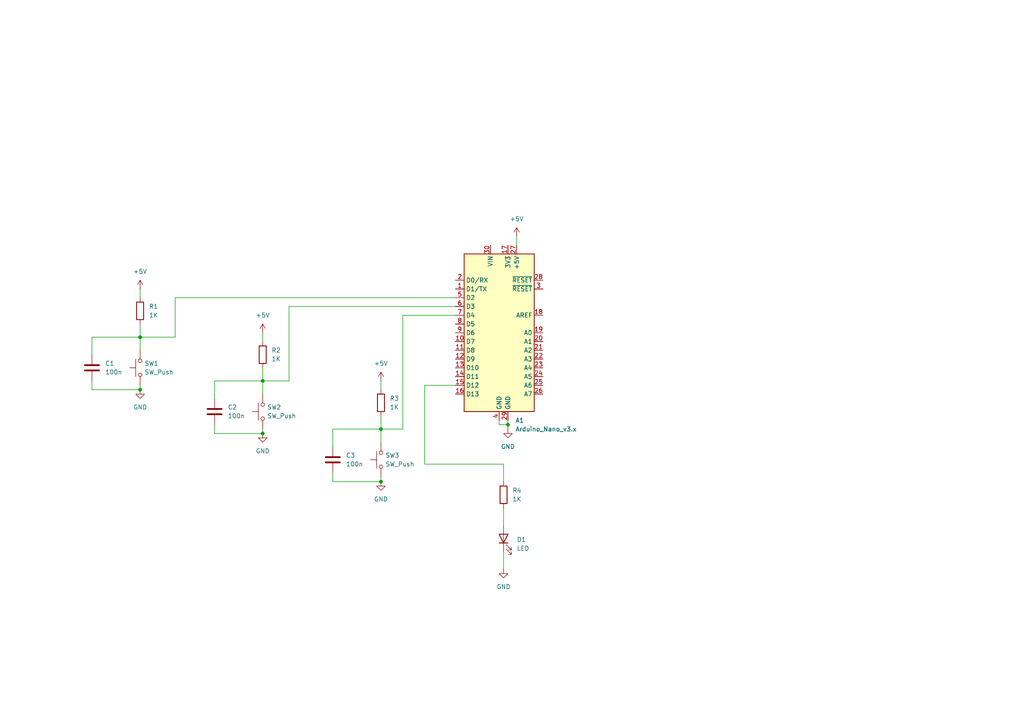
<source format=kicad_sch>
(kicad_sch (version 20250114) (generator "eeschema") (generator_version "9.0")
  (paper "A4")
  (lib_symbols
    (symbol "Device:C" (pin_numbers (hide yes)) (pin_names (offset 0.254))
      (property "Reference" "C" (at 0.635 2.54 0))
      (property "Value" "C" (at 0.635 -2.54 0))
      (symbol "C_0_1"
        (polyline (pts (xy -2.032 0.762) (xy 2.032 0.762)) (stroke (width 0.508)))
        (polyline (pts (xy -2.032 -0.762) (xy 2.032 -0.762)) (stroke (width 0.508)))
      )
      (symbol "C_1_1"
        (pin passive line (at 0 3.81 270) (length 2.794) (name "~") (number "1"))
        (pin passive line (at 0 -3.81 90) (length 2.794) (name "~") (number "2"))
      )
    )
    (symbol "Device:LED" (pin_numbers (hide yes)) (pin_names (offset 1.016) (hide yes))
      (property "Reference" "D" (at 0 2.54 0))
      (property "Value" "LED" (at 0 -2.54 0))
      (symbol "LED_0_1"
        (polyline (pts (xy -3.048 -0.762) (xy -4.572 -2.286) (xy -3.81 -2.286) (xy -4.572 -2.286) (xy -4.572 -1.524)))
        (polyline (pts (xy -1.778 -0.762) (xy -3.302 -2.286) (xy -2.54 -2.286) (xy -3.302 -2.286) (xy -3.302 -1.524)))
        (polyline (pts (xy -1.27 0) (xy 1.27 0)))
        (polyline (pts (xy -1.27 -1.27) (xy -1.27 1.27)) (stroke (width 0.254)))
        (polyline (pts (xy 1.27 -1.27) (xy 1.27 1.27) (xy -1.27 0) (xy 1.27 -1.27)) (stroke (width 0.254)))
      )
      (symbol "LED_1_1"
        (pin passive line (at -3.81 0 0) (length 2.54) (name "K") (number "1"))
        (pin passive line (at 3.81 0 180) (length 2.54) (name "A") (number "2"))
      )
    )
    (symbol "Device:R" (pin_numbers (hide yes)) (pin_names (offset 0))
      (property "Reference" "R" (at 2.032 0 90))
      (property "Value" "R" (at 0 0 90))
      (symbol "R_0_1"
        (rectangle (start -1.016 -2.54) (end 1.016 2.54) (stroke (width 0.254)))
      )
      (symbol "R_1_1"
        (pin passive line (at 0 3.81 270) (length 1.27) (name "~") (number "1"))
        (pin passive line (at 0 -3.81 90) (length 1.27) (name "~") (number "2"))
      )
    )
    (symbol "MCU_Module:Arduino_Nano_v3.x"
      (property "Reference" "A" (at -10.16 23.495 0))
      (property "Value" "Arduino_Nano_v3.x" (at 5.08 -24.13 0))
      (symbol "Arduino_Nano_v3.x_0_1"
        (rectangle (start -10.16 22.86) (end 10.16 -22.86) (stroke (width 0.254)) (fill (type background)))
      )
      (symbol "Arduino_Nano_v3.x_1_1"
        (pin bidirectional line (at -12.7 15.24 0) (length 2.54) (name "D0/RX") (number "2"))
        (pin bidirectional line (at -12.7 12.7 0) (length 2.54) (name "D1/TX") (number "1"))
        (pin bidirectional line (at -12.7 10.16 0) (length 2.54) (name "D2") (number "5"))
        (pin bidirectional line (at -12.7 7.62 0) (length 2.54) (name "D3") (number "6"))
        (pin bidirectional line (at -12.7 5.08 0) (length 2.54) (name "D4") (number "7"))
        (pin bidirectional line (at -12.7 2.54 0) (length 2.54) (name "D5") (number "8"))
        (pin bidirectional line (at -12.7 0 0) (length 2.54) (name "D6") (number "9"))
        (pin bidirectional line (at -12.7 -2.54 0) (length 2.54) (name "D7") (number "10"))
        (pin bidirectional line (at -12.7 -5.08 0) (length 2.54) (name "D8") (number "11"))
        (pin bidirectional line (at -12.7 -7.62 0) (length 2.54) (name "D9") (number "12"))
        (pin bidirectional line (at -12.7 -10.16 0) (length 2.54) (name "D10") (number "13"))
        (pin bidirectional line (at -12.7 -12.7 0) (length 2.54) (name "D11") (number "14"))
        (pin bidirectional line (at -12.7 -15.24 0) (length 2.54) (name "D12") (number "15"))
        (pin bidirectional line (at -12.7 -17.78 0) (length 2.54) (name "D13") (number "16"))
        (pin power_in line (at -2.54 25.4 270) (length 2.54) (name "VIN") (number "30"))
        (pin power_in line (at 0 -25.4 90) (length 2.54) (name "GND") (number "4"))
        (pin power_out line (at 2.54 25.4 270) (length 2.54) (name "3V3") (number "17"))
        (pin power_in line (at 2.54 -25.4 90) (length 2.54) (name "GND") (number "29"))
        (pin power_out line (at 5.08 25.4 270) (length 2.54) (name "+5V") (number "27"))
        (pin input line (at 12.7 15.24 180) (length 2.54) (name "~{RESET}") (number "28"))
        (pin input line (at 12.7 12.7 180) (length 2.54) (name "~{RESET}") (number "3"))
        (pin input line (at 12.7 5.08 180) (length 2.54) (name "AREF") (number "18"))
        (pin bidirectional line (at 12.7 0 180) (length 2.54) (name "A0") (number "19"))
        (pin bidirectional line (at 12.7 -2.54 180) (length 2.54) (name "A1") (number "20"))
        (pin bidirectional line (at 12.7 -5.08 180) (length 2.54) (name "A2") (number "21"))
        (pin bidirectional line (at 12.7 -7.62 180) (length 2.54) (name "A3") (number "22"))
        (pin bidirectional line (at 12.7 -10.16 180) (length 2.54) (name "A4") (number "23"))
        (pin bidirectional line (at 12.7 -12.7 180) (length 2.54) (name "A5") (number "24"))
        (pin bidirectional line (at 12.7 -15.24 180) (length 2.54) (name "A6") (number "25"))
        (pin bidirectional line (at 12.7 -17.78 180) (length 2.54) (name "A7") (number "26"))
      )
    )
    (symbol "Switch:SW_Push" (pin_numbers (hide yes)) (pin_names (offset 1.016) (hide yes))
      (property "Reference" "SW" (at 1.27 2.54 0))
      (property "Value" "SW_Push" (at 0 -1.524 0))
      (symbol "SW_Push_0_1"
        (circle (center -2.032 0) (radius 0.508))
        (polyline (pts (xy 0 1.27) (xy 0 3.048)))
        (circle (center 2.032 0) (radius 0.508))
        (polyline (pts (xy 2.54 1.27) (xy -2.54 1.27)))
        (pin passive line (at -5.08 0 0) (length 2.54) (name "1") (number "1"))
        (pin passive line (at 5.08 0 180) (length 2.54) (name "2") (number "2"))
      )
    )
    (symbol "power:+5V" (power) (pin_numbers (hide yes)) (pin_names (offset 0) (hide yes))
      (property "Value" "+5V" (at 0 3.556 0))
      (symbol "+5V_0_1"
        (polyline (pts (xy -0.762 1.27) (xy 0 2.54)))
        (polyline (pts (xy 0 2.54) (xy 0.762 1.27)))
        (polyline (pts (xy 0 0) (xy 0 2.54)))
      )
      (symbol "+5V_1_1"
        (pin power_in line (at 0 0 90) (length 0) (name "~") (number "1"))
      )
    )
    (symbol "power:GND" (power) (pin_numbers (hide yes)) (pin_names (offset 0) (hide yes))
      (property "Value" "GND" (at 0 -3.81 0))
      (symbol "GND_0_1"
        (polyline (pts (xy 0 0) (xy 0 -1.27) (xy 1.27 -1.27) (xy 0 -2.54) (xy -1.27 -1.27) (xy 0 -1.27)))
      )
      (symbol "GND_1_1"
        (pin power_in line (at 0 0 270) (length 0) (name "~") (number "1"))
      )
    )
  )
  (junction (at 110.49 124.46))
  (junction (at 110.49 139.7))
  (junction (at 40.64 97.79))
  (junction (at 76.2 110.49))
  (junction (at 147.32 123.19))
  (junction (at 40.64 113.03))
  (junction (at 76.2 125.73))
  (wire (pts (xy 144.78 121.92) (xy 144.78 123.19)))
  (wire (pts (xy 110.49 124.46) (xy 110.49 128.27)))
  (wire (pts (xy 123.19 134.62) (xy 123.19 111.76)))
  (wire (pts (xy 96.52 124.46) (xy 110.49 124.46)))
  (wire (pts (xy 76.2 110.49) (xy 83.82 110.49)))
  (wire (pts (xy 40.64 93.98) (xy 40.64 97.79)))
  (wire (pts (xy 146.05 139.7) (xy 146.05 134.62)))
  (wire (pts (xy 50.8 97.79) (xy 50.8 86.36)))
  (wire (pts (xy 62.23 110.49) (xy 76.2 110.49)))
  (wire (pts (xy 116.84 124.46) (xy 116.84 91.44)))
  (wire (pts (xy 96.52 129.54) (xy 96.52 124.46)))
  (wire (pts (xy 110.49 110.49) (xy 110.49 113.03)))
  (wire (pts (xy 40.64 111.76) (xy 40.64 113.03)))
  (wire (pts (xy 147.32 121.92) (xy 147.32 123.19)))
  (wire (pts (xy 40.64 97.79) (xy 40.64 101.6)))
  (wire (pts (xy 146.05 134.62) (xy 123.19 134.62)))
  (wire (pts (xy 146.05 160.02) (xy 146.05 165.1)))
  (wire (pts (xy 76.2 124.46) (xy 76.2 125.73)))
  (wire (pts (xy 62.23 115.57) (xy 62.23 110.49)))
  (wire (pts (xy 110.49 138.43) (xy 110.49 139.7)))
  (wire (pts (xy 147.32 123.19) (xy 147.32 124.46)))
  (wire (pts (xy 96.52 137.16) (xy 96.52 139.7)))
  (wire (pts (xy 76.2 110.49) (xy 76.2 114.3)))
  (wire (pts (xy 83.82 88.9) (xy 132.08 88.9)))
  (wire (pts (xy 40.64 97.79) (xy 50.8 97.79)))
  (wire (pts (xy 76.2 106.68) (xy 76.2 110.49)))
  (wire (pts (xy 76.2 96.52) (xy 76.2 99.06)))
  (wire (pts (xy 26.67 110.49) (xy 26.67 113.03)))
  (wire (pts (xy 62.23 125.73) (xy 76.2 125.73)))
  (wire (pts (xy 96.52 139.7) (xy 110.49 139.7)))
  (wire (pts (xy 116.84 91.44) (xy 132.08 91.44)))
  (wire (pts (xy 110.49 124.46) (xy 116.84 124.46)))
  (wire (pts (xy 146.05 147.32) (xy 146.05 152.4)))
  (wire (pts (xy 110.49 120.65) (xy 110.49 124.46)))
  (wire (pts (xy 26.67 113.03) (xy 40.64 113.03)))
  (wire (pts (xy 83.82 110.49) (xy 83.82 88.9)))
  (wire (pts (xy 123.19 111.76) (xy 132.08 111.76)))
  (wire (pts (xy 62.23 123.19) (xy 62.23 125.73)))
  (wire (pts (xy 50.8 86.36) (xy 132.08 86.36)))
  (wire (pts (xy 40.64 83.82) (xy 40.64 86.36)))
  (wire (pts (xy 26.67 97.79) (xy 40.64 97.79)))
  (wire (pts (xy 26.67 102.87) (xy 26.67 97.79)))
  (wire (pts (xy 149.86 68.58) (xy 149.86 71.12)))
  (wire (pts (xy 144.78 123.19) (xy 147.32 123.19)))
  (symbol (lib_id "Switch:SW_Push") (at 40.64 106.68 90) (unit 1)
    (property "Reference" "SW1" (at 41.91 105.4099 90) (effects (justify right)))
    (property "Value" "SW_Push" (at 41.91 107.9499 90) (effects (justify right)))
    (property "Description" "Push button switch, generic, two pins" (effects (hide yes)))
  )
  (symbol (lib_id "power:+5V") (at 149.86 68.58 0) (unit 1)
    (property "Reference" "#PWR01" (effects (hide yes)))
    (property "Value" "+5V" (at 149.86 63.5 0))
    (property "Description" "Power symbol creates a global label with name \"+5V\"" (effects (hide yes)))
  )
  (symbol (lib_id "power:+5V") (at 110.49 110.49 0) (unit 1)
    (property "Reference" "#PWR07" (effects (hide yes)))
    (property "Value" "+5V" (at 110.49 105.41 0))
    (property "Description" "Power symbol creates a global label with name \"+5V\"" (effects (hide yes)))
  )
  (symbol (lib_id "power:+5V") (at 76.2 96.52 0) (unit 1)
    (property "Reference" "#PWR05" (effects (hide yes)))
    (property "Value" "+5V" (at 76.2 91.44 0))
    (property "Description" "Power symbol creates a global label with name \"+5V\"" (effects (hide yes)))
  )
  (symbol (lib_id "Device:C") (at 26.67 106.68 0) (unit 1)
    (property "Reference" "C1" (at 30.48 105.4099 0) (effects (justify left)))
    (property "Value" "100n" (at 30.48 107.9499 0) (effects (justify left)))
    (property "Description" "Unpolarized capacitor" (effects (hide yes)))
  )
  (symbol (lib_id "Device:R") (at 76.2 102.87 0) (unit 1)
    (property "Reference" "R2" (at 78.74 101.5999 0) (effects (justify left)))
    (property "Value" "1K" (at 78.74 104.1399 0) (effects (justify left)))
    (property "Description" "Resistor" (effects (hide yes)))
  )
  (symbol (lib_id "power:GND") (at 147.32 124.46 0) (unit 1)
    (property "Reference" "#PWR02" (effects (hide yes)))
    (property "Value" "GND" (at 147.32 129.54 0))
    (property "Description" "Power symbol creates a global label with name \"GND\" , ground" (effects (hide yes)))
  )
  (symbol (lib_id "power:GND") (at 40.64 113.03 0) (unit 1)
    (property "Reference" "#PWR03" (effects (hide yes)))
    (property "Value" "GND" (at 40.64 118.11 0))
    (property "Description" "Power symbol creates a global label with name \"GND\" , ground" (effects (hide yes)))
  )
  (symbol (lib_id "Device:C") (at 96.52 133.35 0) (unit 1)
    (property "Reference" "C3" (at 100.33 132.0799 0) (effects (justify left)))
    (property "Value" "100n" (at 100.33 134.6199 0) (effects (justify left)))
    (property "Description" "Unpolarized capacitor" (effects (hide yes)))
  )
  (symbol (lib_id "MCU_Module:Arduino_Nano_v3.x") (at 144.78 96.52 0) (unit 1)
    (property "Reference" "A1" (at 149.4633 121.92 0) (effects (justify left)))
    (property "Value" "Arduino_Nano_v3.x" (at 149.4633 124.46 0) (effects (justify left)))
    (property "Footprint" "Module:Arduino_Nano" (effects (hide yes)))
    (property "Datasheet" "http://www.mouser.com/pdfdocs/Gravitech_Arduino_Nano3_0.pdf" (effects (hide yes)))
    (property "Description" "Arduino Nano v3.x" (effects (hide yes)))
  )
  (symbol (lib_id "Device:R") (at 40.64 90.17 0) (unit 1)
    (property "Reference" "R1" (at 43.18 88.8999 0) (effects (justify left)))
    (property "Value" "1K" (at 43.18 91.4399 0) (effects (justify left)))
    (property "Description" "Resistor" (effects (hide yes)))
  )
  (symbol (lib_id "power:GND") (at 146.05 165.1 0) (unit 1)
    (property "Reference" "#PWR09" (effects (hide yes)))
    (property "Value" "GND" (at 146.05 170.18 0))
    (property "Description" "Power symbol creates a global label with name \"GND\" , ground" (effects (hide yes)))
  )
  (symbol (lib_id "Device:LED") (at 146.05 156.21 90) (unit 1)
    (property "Reference" "D1" (at 149.86 156.5274 90) (effects (justify right)))
    (property "Value" "LED" (at 149.86 159.0674 90) (effects (justify right)))
    (property "Description" "Light emitting diode" (effects (hide yes)))
    (property "Sim.Pins" "1=K 2=A" (effects (hide yes)))
  )
  (symbol (lib_id "Device:C") (at 62.23 119.38 0) (unit 1)
    (property "Reference" "C2" (at 66.04 118.1099 0) (effects (justify left)))
    (property "Value" "100n" (at 66.04 120.6499 0) (effects (justify left)))
    (property "Description" "Unpolarized capacitor" (effects (hide yes)))
  )
  (symbol (lib_id "Device:R") (at 110.49 116.84 0) (unit 1)
    (property "Reference" "R3" (at 113.03 115.5699 0) (effects (justify left)))
    (property "Value" "1K" (at 113.03 118.1099 0) (effects (justify left)))
    (property "Description" "Resistor" (effects (hide yes)))
  )
  (symbol (lib_id "power:GND") (at 110.49 139.7 0) (unit 1)
    (property "Reference" "#PWR08" (effects (hide yes)))
    (property "Value" "GND" (at 110.49 144.78 0))
    (property "Description" "Power symbol creates a global label with name \"GND\" , ground" (effects (hide yes)))
  )
  (symbol (lib_id "power:+5V") (at 40.64 83.82 0) (unit 1)
    (property "Reference" "#PWR04" (effects (hide yes)))
    (property "Value" "+5V" (at 40.64 78.74 0))
    (property "Description" "Power symbol creates a global label with name \"+5V\"" (effects (hide yes)))
  )
  (symbol (lib_id "Switch:SW_Push") (at 110.49 133.35 90) (unit 1)
    (property "Reference" "SW3" (at 111.76 132.0799 90) (effects (justify right)))
    (property "Value" "SW_Push" (at 111.76 134.6199 90) (effects (justify right)))
    (property "Description" "Push button switch, generic, two pins" (effects (hide yes)))
  )
  (symbol (lib_id "power:GND") (at 76.2 125.73 0) (unit 1)
    (property "Reference" "#PWR06" (effects (hide yes)))
    (property "Value" "GND" (at 76.2 130.81 0))
    (property "Description" "Power symbol creates a global label with name \"GND\" , ground" (effects (hide yes)))
  )
  (symbol (lib_id "Switch:SW_Push") (at 76.2 119.38 90) (unit 1)
    (property "Reference" "SW2" (at 77.47 118.1099 90) (effects (justify right)))
    (property "Value" "SW_Push" (at 77.47 120.6499 90) (effects (justify right)))
    (property "Description" "Push button switch, generic, two pins" (effects (hide yes)))
  )
  (symbol (lib_id "Device:R") (at 146.05 143.51 0) (unit 1)
    (property "Reference" "R4" (at 148.59 142.2399 0) (effects (justify left)))
    (property "Value" "1K" (at 148.59 144.7799 0) (effects (justify left)))
    (property "Description" "Resistor" (effects (hide yes)))
  )
)
</source>
